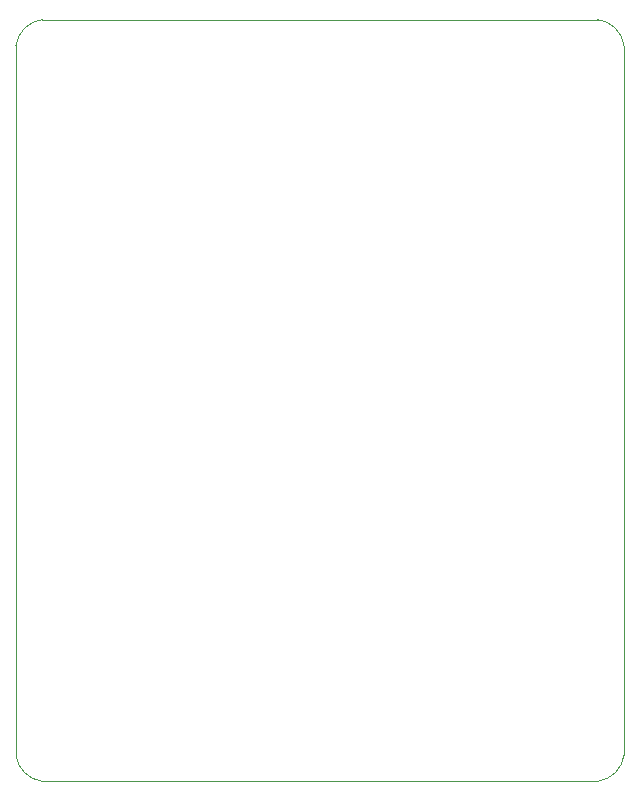
<source format=gbr>
%TF.GenerationSoftware,KiCad,Pcbnew,(6.0.5)*%
%TF.CreationDate,2022-08-15T11:20:58+02:00*%
%TF.ProjectId,Keypad,4b657970-6164-42e6-9b69-6361645f7063,rev?*%
%TF.SameCoordinates,Original*%
%TF.FileFunction,Profile,NP*%
%FSLAX46Y46*%
G04 Gerber Fmt 4.6, Leading zero omitted, Abs format (unit mm)*
G04 Created by KiCad (PCBNEW (6.0.5)) date 2022-08-15 11:20:58*
%MOMM*%
%LPD*%
G01*
G04 APERTURE LIST*
%TA.AperFunction,Profile*%
%ADD10C,0.100000*%
%TD*%
G04 APERTURE END LIST*
D10*
X142000000Y-80750000D02*
X189000000Y-80750000D01*
X142000000Y-80750000D02*
G75*
G03*
X139750000Y-83000000I301200J-2551200D01*
G01*
X189000000Y-145250000D02*
X142000000Y-145250000D01*
X189000000Y-145250000D02*
G75*
G03*
X191250000Y-143000000I-301200J2551200D01*
G01*
X191250000Y-83000000D02*
G75*
G03*
X189000000Y-80750000I-2551200J-301200D01*
G01*
X139750000Y-143000000D02*
X139750000Y-83000000D01*
X139750000Y-143000000D02*
G75*
G03*
X142000000Y-145250000I2551200J301200D01*
G01*
X191250000Y-83000000D02*
X191250000Y-143000000D01*
M02*

</source>
